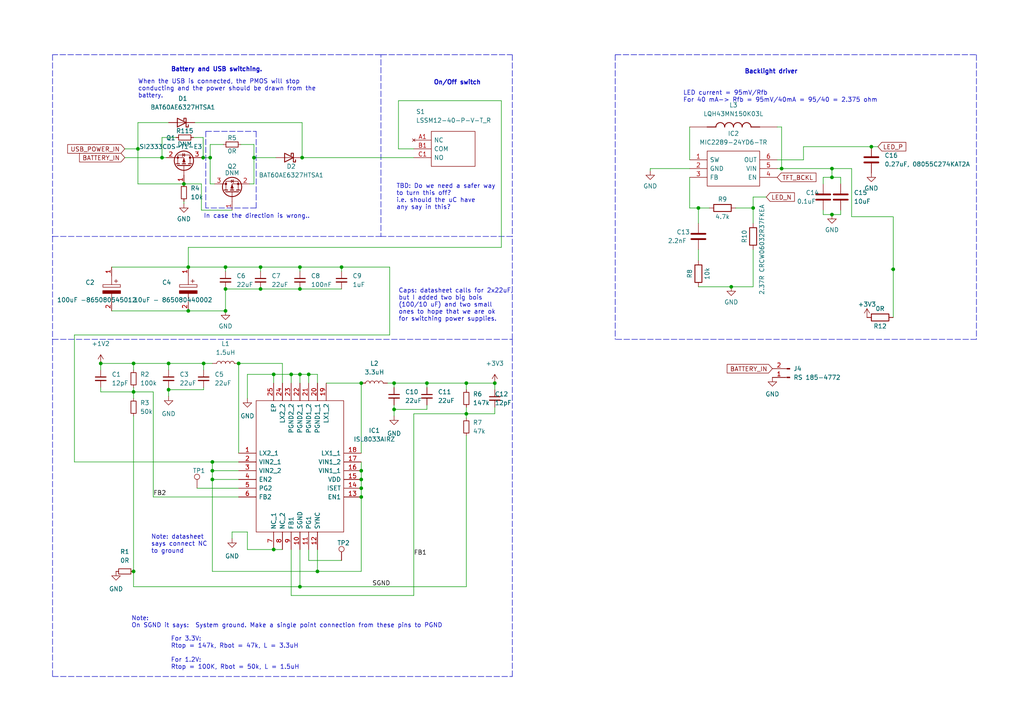
<source format=kicad_sch>
(kicad_sch (version 20211123) (generator eeschema)
  (paper "A4")
  (lib_symbols
    (symbol "Connector:Conn_01x02_Male" (pin_names (offset 1.016) hide)
      (property "Reference" "J" (at 0 2.54 0))
      (property "Value" "Conn_01x02_Male" (at 0 -5.08 0))
      (symbol "Conn_01x02_Male_1_1"
        (polyline (pts (xy 1.27 -2.54) (xy 0.8636 -2.54)) (stroke (width 0.1524)))
        (polyline (pts (xy 1.27 0) (xy 0.8636 0)) (stroke (width 0.1524)))
        (rectangle (start 0.8636 -2.413) (end 0 -2.667) (stroke (width 0.1524)) (fill (type outline)))
        (rectangle (start 0.8636 0.127) (end 0 -0.127) (stroke (width 0.1524)) (fill (type outline)))
        (pin passive line (at 5.08 0 180) (length 3.81) (name "Pin_1") (number "1"))
        (pin passive line (at 5.08 -2.54 180) (length 3.81) (name "Pin_2") (number "2"))
      )
    )
    (symbol "Connector:TestPoint" (pin_numbers hide) (pin_names (offset 0.762) hide)
      (property "Reference" "TP" (at 0 6.858 0))
      (property "Value" "TestPoint" (at 0 5.08 0))
      (symbol "TestPoint_0_1"
        (circle (center 0 3.302) (radius 0.762))
      )
      (symbol "TestPoint_1_1"
        (pin passive line (at 0 0 90) (length 2.54) (name "1") (number "1"))
      )
    )
    (symbol "Device:C" (pin_numbers hide) (pin_names (offset 0.254))
      (property "Reference" "C" (at 0.635 2.54 0))
      (property "Value" "C" (at 0.635 -2.54 0))
      (symbol "C_0_1"
        (polyline (pts (xy -2.032 -0.762) (xy 2.032 -0.762)) (stroke (width 0.508)))
        (polyline (pts (xy -2.032 0.762) (xy 2.032 0.762)) (stroke (width 0.508)))
      )
      (symbol "C_1_1"
        (pin passive line (at 0 3.81 270) (length 2.794) (name "~") (number "1"))
        (pin passive line (at 0 -3.81 90) (length 2.794) (name "~") (number "2"))
      )
    )
    (symbol "Device:C_Small" (pin_numbers hide) (pin_names (offset 0.254) hide)
      (property "Reference" "C" (at 0.254 1.778 0))
      (property "Value" "C_Small" (at 0.254 -2.032 0))
      (symbol "C_Small_0_1"
        (polyline (pts (xy -1.524 -0.508) (xy 1.524 -0.508)) (stroke (width 0.3302)))
        (polyline (pts (xy -1.524 0.508) (xy 1.524 0.508)) (stroke (width 0.3048)))
      )
      (symbol "C_Small_1_1"
        (pin passive line (at 0 2.54 270) (length 2.032) (name "~") (number "1"))
        (pin passive line (at 0 -2.54 90) (length 2.032) (name "~") (number "2"))
      )
    )
    (symbol "Device:L" (pin_numbers hide) (pin_names (offset 1.016) hide)
      (property "Reference" "L" (at -1.27 0 90))
      (property "Value" "L" (at 1.905 0 90))
      (symbol "L_0_1"
        (arc (start 0 -2.54) (mid 0.635 -1.905) (end 0 -1.27))
        (arc (start 0 -1.27) (mid 0.635 -0.635) (end 0 0))
        (arc (start 0 0) (mid 0.635 0.635) (end 0 1.27))
        (arc (start 0 1.27) (mid 0.635 1.905) (end 0 2.54))
      )
      (symbol "L_1_1"
        (pin passive line (at 0 3.81 270) (length 1.27) (name "1") (number "1"))
        (pin passive line (at 0 -3.81 90) (length 1.27) (name "2") (number "2"))
      )
    )
    (symbol "Device:R" (pin_numbers hide) (pin_names (offset 0))
      (property "Reference" "R" (at 2.032 0 90))
      (property "Value" "R" (at 0 0 90))
      (symbol "R_0_1"
        (rectangle (start -1.016 -2.54) (end 1.016 2.54) (stroke (width 0.254)))
      )
      (symbol "R_1_1"
        (pin passive line (at 0 3.81 270) (length 1.27) (name "~") (number "1"))
        (pin passive line (at 0 -3.81 90) (length 1.27) (name "~") (number "2"))
      )
    )
    (symbol "Device:R_Small" (pin_numbers hide) (pin_names (offset 0.254) hide)
      (property "Reference" "R" (at 0.762 0.508 0))
      (property "Value" "R_Small" (at 0.762 -1.016 0))
      (symbol "R_Small_0_1"
        (rectangle (start -0.762 1.778) (end 0.762 -1.778) (stroke (width 0.2032)))
      )
      (symbol "R_Small_1_1"
        (pin passive line (at 0 2.54 270) (length 0.762) (name "~") (number "1"))
        (pin passive line (at 0 -2.54 90) (length 0.762) (name "~") (number "2"))
      )
    )
    (symbol "Diode:BAT60A" (pin_numbers hide) (pin_names (offset 1.016) hide)
      (property "Reference" "D" (at 0 2.54 0))
      (property "Value" "BAT60A" (at 0 -2.54 0))
      (symbol "BAT60A_0_1"
        (polyline (pts (xy 1.27 0) (xy -1.27 0)))
        (polyline (pts (xy 1.27 1.27) (xy 1.27 -1.27) (xy -1.27 0) (xy 1.27 1.27)) (stroke (width 0.254)))
        (polyline (pts (xy -1.905 0.635) (xy -1.905 1.27) (xy -1.27 1.27) (xy -1.27 -1.27) (xy -0.635 -1.27) (xy -0.635 -0.635)) (stroke (width 0.254)))
      )
      (symbol "BAT60A_1_1"
        (pin passive line (at -3.81 0 0) (length 2.54) (name "K") (number "1"))
        (pin passive line (at 3.81 0 180) (length 2.54) (name "A") (number "2"))
      )
    )
    (symbol "LQH43MN150K03L:LQH43MN150K03L" (pin_numbers hide) (pin_names (offset 1.016) hide)
      (property "Reference" "L" (at -10.16 7.62 0))
      (property "Value" "LQH43MN150K03L" (at -10.16 5.08 0))
      (symbol "LQH43MN150K03L_0_0"
        (arc (start -2.54 0) (mid -3.81 1.27) (end -5.08 0) (stroke (width 0.254)))
        (arc (start 0 0) (mid -1.27 1.27) (end -2.54 0) (stroke (width 0.254)))
        (polyline (pts (xy -5.08 0) (xy -7.62 0)) (stroke (width 0.254)))
        (polyline (pts (xy 5.08 0) (xy 7.62 0)) (stroke (width 0.254)))
        (arc (start 2.54 0) (mid 1.27 1.27) (end 0 0) (stroke (width 0.254)))
        (arc (start 5.08 0) (mid 3.81 1.27) (end 2.54 0) (stroke (width 0.254)))
        (pin passive line (at -12.7 0 0) (length 5.08) (name "~") (number "1"))
        (pin passive line (at 12.7 0 180) (length 5.08) (name "~") (number "2"))
      )
    )
    (symbol "SamacSys_Parts:865080440002" (pin_names (offset 0.762))
      (property "Reference" "C" (at 8.89 6.35 0))
      (property "Value" "865080440002" (at 8.89 3.81 0))
      (symbol "865080440002_0_0"
        (pin passive line (at 0 0 0) (length 2.54) (name "~") (number "1"))
        (pin passive line (at 12.7 0 180) (length 2.54) (name "~") (number "2"))
      )
      (symbol "865080440002_0_1"
        (polyline (pts (xy 2.54 0) (xy 5.08 0)) (stroke (width 0.1524)))
        (polyline (pts (xy 4.064 1.778) (xy 4.064 0.762)) (stroke (width 0.1524)))
        (polyline (pts (xy 4.572 1.27) (xy 3.556 1.27)) (stroke (width 0.1524)))
        (polyline (pts (xy 7.62 0) (xy 10.16 0)) (stroke (width 0.1524)))
        (polyline (pts (xy 5.08 2.54) (xy 5.08 -2.54) (xy 5.842 -2.54) (xy 5.842 2.54) (xy 5.08 2.54)) (stroke (width 0.1524)))
        (polyline (pts (xy 7.62 2.54) (xy 7.62 -2.54) (xy 6.858 -2.54) (xy 6.858 2.54) (xy 7.62 2.54)) (stroke (width 0.254)) (fill (type outline)))
      )
    )
    (symbol "SamacSys_Parts:ISL8033AIRZ" (pin_names (offset 0.762))
      (property "Reference" "IC" (at 31.75 20.32 0))
      (property "Value" "ISL8033AIRZ" (at 31.75 17.78 0))
      (symbol "ISL8033AIRZ_0_0"
        (pin passive line (at 0 0 0) (length 5.08) (name "LX2_1") (number "1"))
        (pin passive line (at 17.78 -27.94 90) (length 5.08) (name "SGND") (number "10"))
        (pin passive line (at 20.32 -27.94 90) (length 5.08) (name "PG1") (number "11"))
        (pin passive line (at 22.86 -27.94 90) (length 5.08) (name "SYNC") (number "12"))
        (pin passive line (at 35.56 -12.7 180) (length 5.08) (name "EN1") (number "13"))
        (pin passive line (at 35.56 -10.16 180) (length 5.08) (name "ISET") (number "14"))
        (pin passive line (at 35.56 -7.62 180) (length 5.08) (name "VDD") (number "15"))
        (pin passive line (at 35.56 -5.08 180) (length 5.08) (name "VIN1_1") (number "16"))
        (pin passive line (at 35.56 -2.54 180) (length 5.08) (name "VIN1_2") (number "17"))
        (pin passive line (at 35.56 0 180) (length 5.08) (name "LX1_1") (number "18"))
        (pin passive line (at 25.4 20.32 270) (length 5.08) (name "LX1_2") (number "19"))
        (pin passive line (at 0 -2.54 0) (length 5.08) (name "VIN2_1") (number "2"))
        (pin passive line (at 22.86 20.32 270) (length 5.08) (name "PGND1_1") (number "20"))
        (pin passive line (at 20.32 20.32 270) (length 5.08) (name "PGND1_2") (number "21"))
        (pin passive line (at 17.78 20.32 270) (length 5.08) (name "PGND2_1") (number "22"))
        (pin passive line (at 15.24 20.32 270) (length 5.08) (name "PGND2_2") (number "23"))
        (pin passive line (at 12.7 20.32 270) (length 5.08) (name "LX2_2") (number "24"))
        (pin passive line (at 10.16 20.32 270) (length 5.08) (name "EP") (number "25"))
        (pin passive line (at 0 -5.08 0) (length 5.08) (name "VIN2_2") (number "3"))
        (pin passive line (at 0 -7.62 0) (length 5.08) (name "EN2") (number "4"))
        (pin passive line (at 0 -10.16 0) (length 5.08) (name "PG2") (number "5"))
        (pin passive line (at 0 -12.7 0) (length 5.08) (name "FB2") (number "6"))
        (pin passive line (at 10.16 -27.94 90) (length 5.08) (name "NC_1") (number "7"))
        (pin passive line (at 12.7 -27.94 90) (length 5.08) (name "NC_2") (number "8"))
        (pin passive line (at 15.24 -27.94 90) (length 5.08) (name "FB1") (number "9"))
      )
      (symbol "ISL8033AIRZ_0_1"
        (polyline (pts (xy 5.08 15.24) (xy 30.48 15.24) (xy 30.48 -22.86) (xy 5.08 -22.86) (xy 5.08 15.24)) (stroke (width 0.1524)))
      )
    )
    (symbol "SamacSys_Parts:LSSM12-40-P-V-T_R" (pin_names (offset 0.762))
      (property "Reference" "S" (at 19.05 7.62 0))
      (property "Value" "LSSM12-40-P-V-T_R" (at 19.05 5.08 0))
      (symbol "LSSM12-40-P-V-T_R_0_0"
        (pin no_connect line (at 0 0 0) (length 5.08) (name "NC") (number "A1"))
        (pin passive line (at 0 -2.54 0) (length 5.08) (name "COM") (number "B1"))
        (pin passive line (at 0 -5.08 0) (length 5.08) (name "NO") (number "C1"))
      )
      (symbol "LSSM12-40-P-V-T_R_0_1"
        (polyline (pts (xy 5.08 2.54) (xy 17.78 2.54) (xy 17.78 -7.62) (xy 5.08 -7.62) (xy 5.08 2.54)) (stroke (width 0.1524)))
      )
    )
    (symbol "SamacSys_Parts:MIC2289-24YD6-TR" (pin_names (offset 0.762))
      (property "Reference" "IC" (at 21.59 7.62 0))
      (property "Value" "MIC2289-24YD6-TR" (at 21.59 5.08 0))
      (symbol "MIC2289-24YD6-TR_0_0"
        (pin passive line (at 0 0 0) (length 5.08) (name "SW") (number "1"))
        (pin passive line (at 0 -2.54 0) (length 5.08) (name "GND") (number "2"))
        (pin passive line (at 0 -5.08 0) (length 5.08) (name "FB") (number "3"))
        (pin passive line (at 25.4 -5.08 180) (length 5.08) (name "EN") (number "4"))
        (pin passive line (at 25.4 -2.54 180) (length 5.08) (name "VIN") (number "5"))
        (pin passive line (at 25.4 0 180) (length 5.08) (name "OUT") (number "6"))
      )
      (symbol "MIC2289-24YD6-TR_0_1"
        (polyline (pts (xy 5.08 2.54) (xy 20.32 2.54) (xy 20.32 -7.62) (xy 5.08 -7.62) (xy 5.08 2.54)) (stroke (width 0.1524)))
      )
    )
    (symbol "Transistor_FET:BSS83P" (pin_names hide)
      (property "Reference" "Q" (at 5.08 1.905 0))
      (property "Value" "BSS83P" (at 5.08 0 0))
      (symbol "BSS83P_0_1"
        (polyline (pts (xy 0.254 0) (xy -2.54 0)))
        (polyline (pts (xy 0.254 1.905) (xy 0.254 -1.905)) (stroke (width 0.254)))
        (polyline (pts (xy 0.762 -1.27) (xy 0.762 -2.286)) (stroke (width 0.254)))
        (polyline (pts (xy 0.762 0.508) (xy 0.762 -0.508)) (stroke (width 0.254)))
        (polyline (pts (xy 0.762 2.286) (xy 0.762 1.27)) (stroke (width 0.254)))
        (polyline (pts (xy 2.54 2.54) (xy 2.54 1.778)))
        (polyline (pts (xy 2.54 -2.54) (xy 2.54 0) (xy 0.762 0)))
        (polyline (pts (xy 0.762 1.778) (xy 3.302 1.778) (xy 3.302 -1.778) (xy 0.762 -1.778)))
        (polyline (pts (xy 2.286 0) (xy 1.27 0.381) (xy 1.27 -0.381) (xy 2.286 0)) (fill (type outline)))
        (polyline (pts (xy 2.794 -0.508) (xy 2.921 -0.381) (xy 3.683 -0.381) (xy 3.81 -0.254)))
        (polyline (pts (xy 3.302 -0.381) (xy 2.921 0.254) (xy 3.683 0.254) (xy 3.302 -0.381)))
        (circle (center 1.651 0) (radius 2.794) (stroke (width 0.254)))
        (circle (center 2.54 -1.778) (radius 0.254) (fill (type outline)))
        (circle (center 2.54 1.778) (radius 0.254) (fill (type outline)))
      )
      (symbol "BSS83P_1_1"
        (pin input line (at -5.08 0 0) (length 2.54) (name "G") (number "1"))
        (pin passive line (at 2.54 -5.08 90) (length 2.54) (name "S") (number "2"))
        (pin passive line (at 2.54 5.08 270) (length 2.54) (name "D") (number "3"))
      )
    )
    (symbol "power:+1V2" (power) (pin_names (offset 0))
      (property "Value" "+1V2" (at 0 3.556 0))
      (symbol "+1V2_0_1"
        (polyline (pts (xy -0.762 1.27) (xy 0 2.54)))
        (polyline (pts (xy 0 0) (xy 0 2.54)))
        (polyline (pts (xy 0 2.54) (xy 0.762 1.27)))
      )
      (symbol "+1V2_1_1"
        (pin power_in line (at 0 0 90) (length 0) hide (name "+1V2") (number "1"))
      )
    )
    (symbol "power:+3V3" (power) (pin_names (offset 0))
      (property "Value" "+3V3" (at 0 3.556 0))
      (symbol "+3V3_0_1"
        (polyline (pts (xy -0.762 1.27) (xy 0 2.54)))
        (polyline (pts (xy 0 0) (xy 0 2.54)))
        (polyline (pts (xy 0 2.54) (xy 0.762 1.27)))
      )
      (symbol "+3V3_1_1"
        (pin power_in line (at 0 0 90) (length 0) hide (name "+3V3") (number "1"))
      )
    )
    (symbol "power:GND" (power) (pin_names (offset 0))
      (property "Value" "GND" (at 0 -3.81 0))
      (symbol "GND_0_1"
        (polyline (pts (xy 0 0) (xy 0 -1.27) (xy 1.27 -1.27) (xy 0 -2.54) (xy -1.27 -1.27) (xy 0 -1.27)))
      )
      (symbol "GND_1_1"
        (pin power_in line (at 0 0 270) (length 0) hide (name "GND") (number "1"))
      )
    )
  )
  (junction (at 75.565 77.47))
  (junction (at 114.3 118.745))
  (junction (at 53.34 53.34))
  (junction (at 79.375 108.585))
  (junction (at 202.565 60.325))
  (junction (at 61.595 133.985))
  (junction (at 86.995 170.18))
  (junction (at 38.735 113.665))
  (junction (at 84.455 108.585))
  (junction (at 135.255 111.125))
  (junction (at 40.005 43.18))
  (junction (at 218.44 60.325))
  (junction (at 61.595 139.065))
  (junction (at 99.06 77.47))
  (junction (at 123.825 111.125))
  (junction (at 114.3 111.125))
  (junction (at 241.3 62.23))
  (junction (at 104.775 136.525))
  (junction (at 135.255 120.015))
  (junction (at 86.995 83.82))
  (junction (at 86.995 77.47))
  (junction (at 73.66 45.72))
  (junction (at 61.595 136.525))
  (junction (at 104.775 111.125))
  (junction (at 241.3 51.435))
  (junction (at 38.735 105.41))
  (junction (at 54.61 90.17))
  (junction (at 29.21 105.41))
  (junction (at 65.405 77.47))
  (junction (at 87.63 45.72))
  (junction (at 79.375 159.385))
  (junction (at 48.895 113.03))
  (junction (at 143.51 111.125))
  (junction (at 60.96 45.72))
  (junction (at 92.075 165.735))
  (junction (at 75.565 83.82))
  (junction (at 65.405 90.17))
  (junction (at 104.775 139.065))
  (junction (at 86.995 108.585))
  (junction (at 65.405 83.82))
  (junction (at 226.695 48.895))
  (junction (at 59.055 105.41))
  (junction (at 69.215 105.41))
  (junction (at 104.775 141.605))
  (junction (at 89.535 108.585))
  (junction (at 252.73 42.545))
  (junction (at 212.09 83.185))
  (junction (at 259.08 78.105))
  (junction (at 241.3 48.895))
  (junction (at 38.735 165.735))
  (junction (at 54.61 77.47))
  (junction (at 58.928 45.72))
  (junction (at 48.895 105.41))
  (junction (at 46.99 45.72))
  (junction (at 104.775 144.145))
  (wire (pts (xy 226.695 48.895) (xy 226.695 36.83)))
  (polyline (pts (xy 178.435 15.875) (xy 178.435 98.425)))
  (wire (pts (xy 38.735 120.65) (xy 38.735 165.735)))
  (wire (pts (xy 247.015 62.865) (xy 247.015 48.895)))
  (wire (pts (xy 69.215 131.445) (xy 69.215 105.41)))
  (wire (pts (xy 79.375 108.585) (xy 84.455 108.585)))
  (wire (pts (xy 40.005 35.56) (xy 48.895 35.56)))
  (wire (pts (xy 87.63 45.72) (xy 87.63 35.56)))
  (polyline (pts (xy 15.24 15.875) (xy 15.24 68.58)))
  (wire (pts (xy 104.775 144.145) (xy 104.775 165.735)))
  (wire (pts (xy 60.96 53.34) (xy 62.23 53.34)))
  (wire (pts (xy 69.215 133.985) (xy 61.595 133.985)))
  (wire (pts (xy 202.565 60.325) (xy 205.74 60.325)))
  (wire (pts (xy 89.535 108.585) (xy 89.535 111.125)))
  (wire (pts (xy 212.09 83.185) (xy 202.565 83.185)))
  (wire (pts (xy 73.66 53.34) (xy 73.66 45.72)))
  (wire (pts (xy 226.695 36.83) (xy 225.425 36.83)))
  (wire (pts (xy 56.134 39.878) (xy 58.928 39.878)))
  (wire (pts (xy 84.455 172.72) (xy 84.455 159.385)))
  (wire (pts (xy 38.735 113.665) (xy 38.735 115.57)))
  (polyline (pts (xy 148.59 68.58) (xy 110.49 68.58)))
  (wire (pts (xy 60.96 45.72) (xy 60.96 41.91)))
  (wire (pts (xy 247.015 48.895) (xy 241.3 48.895)))
  (wire (pts (xy 48.895 112.395) (xy 48.895 113.03)))
  (wire (pts (xy 226.695 48.895) (xy 241.3 48.895)))
  (wire (pts (xy 69.85 41.91) (xy 73.66 41.91)))
  (wire (pts (xy 38.735 113.665) (xy 29.21 113.665)))
  (polyline (pts (xy 148.59 98.425) (xy 148.59 68.58)))
  (wire (pts (xy 202.565 64.77) (xy 202.565 60.325)))
  (wire (pts (xy 58.42 45.72) (xy 58.928 45.72)))
  (wire (pts (xy 65.405 83.82) (xy 65.405 90.17)))
  (wire (pts (xy 40.005 53.34) (xy 40.005 43.18)))
  (wire (pts (xy 89.535 108.585) (xy 92.075 108.585)))
  (wire (pts (xy 84.455 108.585) (xy 86.995 108.585)))
  (wire (pts (xy 188.595 49.53) (xy 188.595 48.895)))
  (wire (pts (xy 87.63 45.72) (xy 120.015 45.72)))
  (polyline (pts (xy 15.24 68.58) (xy 110.49 68.58)))
  (wire (pts (xy 75.565 77.47) (xy 86.995 77.47)))
  (wire (pts (xy 87.63 35.56) (xy 56.515 35.56)))
  (polyline (pts (xy 110.49 57.785) (xy 110.49 15.875)))
  (wire (pts (xy 60.96 41.91) (xy 64.77 41.91)))
  (wire (pts (xy 200.025 60.325) (xy 202.565 60.325)))
  (polyline (pts (xy 15.24 98.425) (xy 148.59 98.425)))
  (wire (pts (xy 84.455 108.585) (xy 84.455 111.125)))
  (wire (pts (xy 104.775 141.605) (xy 104.775 144.145)))
  (wire (pts (xy 259.08 78.105) (xy 258.445 78.105)))
  (wire (pts (xy 115.57 29.21) (xy 145.415 29.21)))
  (wire (pts (xy 200.025 36.83) (xy 200.025 46.355)))
  (wire (pts (xy 241.3 62.23) (xy 243.84 62.23)))
  (wire (pts (xy 71.755 108.585) (xy 71.755 115.57)))
  (wire (pts (xy 99.06 78.74) (xy 99.06 77.47)))
  (wire (pts (xy 59.055 113.03) (xy 59.055 112.395)))
  (wire (pts (xy 114.3 118.745) (xy 114.3 120.65)))
  (wire (pts (xy 71.755 154.305) (xy 71.755 159.385)))
  (wire (pts (xy 252.73 42.545) (xy 254.635 42.545)))
  (wire (pts (xy 218.44 72.39) (xy 218.44 83.185)))
  (wire (pts (xy 86.995 78.74) (xy 86.995 77.47)))
  (wire (pts (xy 58.928 39.878) (xy 58.928 45.72)))
  (polyline (pts (xy 74.295 38.1) (xy 74.295 60.325)))
  (wire (pts (xy 48.895 105.41) (xy 38.735 105.41)))
  (wire (pts (xy 61.595 105.41) (xy 59.055 105.41)))
  (polyline (pts (xy 74.295 60.325) (xy 59.69 60.325)))
  (wire (pts (xy 67.31 60.96) (xy 58.42 60.96)))
  (wire (pts (xy 21.59 133.985) (xy 61.595 133.985)))
  (wire (pts (xy 48.895 107.315) (xy 48.895 105.41)))
  (wire (pts (xy 73.66 41.91) (xy 73.66 45.72)))
  (wire (pts (xy 213.36 60.325) (xy 218.44 60.325)))
  (wire (pts (xy 32.385 90.17) (xy 54.61 90.17)))
  (wire (pts (xy 123.825 111.125) (xy 123.825 112.395)))
  (polyline (pts (xy 283.21 15.875) (xy 283.21 98.425)))
  (wire (pts (xy 104.775 136.525) (xy 104.775 139.065)))
  (wire (pts (xy 58.42 60.96) (xy 58.42 53.34)))
  (wire (pts (xy 46.99 45.72) (xy 46.99 39.878)))
  (wire (pts (xy 113.03 77.47) (xy 113.03 97.155)))
  (wire (pts (xy 44.45 113.665) (xy 44.45 144.145)))
  (polyline (pts (xy 15.24 68.58) (xy 15.24 98.425)))
  (wire (pts (xy 218.44 83.185) (xy 212.09 83.185)))
  (wire (pts (xy 72.39 53.34) (xy 73.66 53.34)))
  (wire (pts (xy 114.3 111.125) (xy 114.3 112.395)))
  (wire (pts (xy 73.66 45.72) (xy 80.01 45.72)))
  (wire (pts (xy 69.215 105.41) (xy 81.915 105.41)))
  (wire (pts (xy 120.015 43.18) (xy 115.57 43.18)))
  (polyline (pts (xy 59.69 60.325) (xy 59.69 38.1)))
  (wire (pts (xy 61.595 136.525) (xy 69.215 136.525)))
  (wire (pts (xy 218.44 57.15) (xy 218.44 60.325)))
  (wire (pts (xy 46.99 45.72) (xy 48.26 45.72)))
  (polyline (pts (xy 15.24 68.58) (xy 15.24 68.58)))
  (wire (pts (xy 86.995 77.47) (xy 99.06 77.47)))
  (polyline (pts (xy 15.24 98.425) (xy 15.24 196.215)))
  (polyline (pts (xy 148.59 196.215) (xy 148.59 98.425)))
  (wire (pts (xy 135.255 111.125) (xy 135.255 113.03)))
  (wire (pts (xy 188.595 48.895) (xy 200.025 48.895)))
  (wire (pts (xy 79.375 108.585) (xy 79.375 111.125)))
  (wire (pts (xy 238.76 53.34) (xy 238.76 51.435)))
  (wire (pts (xy 225.425 46.355) (xy 233.045 46.355)))
  (wire (pts (xy 21.59 97.155) (xy 21.59 133.985)))
  (wire (pts (xy 65.405 78.74) (xy 65.405 77.47)))
  (wire (pts (xy 67.31 154.305) (xy 71.755 154.305)))
  (wire (pts (xy 143.51 120.015) (xy 143.51 118.11)))
  (wire (pts (xy 59.055 107.315) (xy 59.055 105.41)))
  (wire (pts (xy 65.405 90.17) (xy 54.61 90.17)))
  (wire (pts (xy 135.255 120.015) (xy 143.51 120.015)))
  (wire (pts (xy 112.395 111.125) (xy 114.3 111.125)))
  (wire (pts (xy 202.565 72.39) (xy 202.565 75.565)))
  (wire (pts (xy 75.565 83.82) (xy 86.995 83.82)))
  (wire (pts (xy 123.825 118.745) (xy 114.3 118.745)))
  (wire (pts (xy 259.08 62.865) (xy 247.015 62.865)))
  (wire (pts (xy 32.385 77.47) (xy 54.61 77.47)))
  (wire (pts (xy 29.21 105.41) (xy 29.21 107.315)))
  (wire (pts (xy 115.57 43.18) (xy 115.57 29.21)))
  (wire (pts (xy 36.195 45.72) (xy 46.99 45.72)))
  (wire (pts (xy 241.3 48.895) (xy 241.3 51.435)))
  (wire (pts (xy 86.995 159.385) (xy 86.995 170.18)))
  (wire (pts (xy 71.755 108.585) (xy 79.375 108.585)))
  (wire (pts (xy 99.06 77.47) (xy 113.03 77.47)))
  (wire (pts (xy 259.08 78.105) (xy 259.08 62.865)))
  (wire (pts (xy 225.425 48.895) (xy 226.695 48.895)))
  (wire (pts (xy 104.775 111.125) (xy 104.775 131.445)))
  (polyline (pts (xy 110.49 15.875) (xy 15.24 15.875)))
  (wire (pts (xy 114.3 117.475) (xy 114.3 118.745)))
  (wire (pts (xy 36.195 43.18) (xy 40.005 43.18)))
  (wire (pts (xy 54.61 77.47) (xy 54.61 71.755)))
  (wire (pts (xy 200.025 51.435) (xy 200.025 60.325)))
  (wire (pts (xy 120.015 172.72) (xy 84.455 172.72)))
  (wire (pts (xy 113.03 97.155) (xy 21.59 97.155)))
  (wire (pts (xy 67.31 156.21) (xy 67.31 154.305)))
  (wire (pts (xy 40.005 43.18) (xy 40.005 35.56)))
  (wire (pts (xy 75.565 78.74) (xy 75.565 77.47)))
  (wire (pts (xy 38.735 170.18) (xy 86.995 170.18)))
  (wire (pts (xy 61.595 133.985) (xy 61.595 136.525)))
  (wire (pts (xy 143.51 111.125) (xy 135.255 111.125)))
  (wire (pts (xy 38.735 165.735) (xy 38.735 170.18)))
  (wire (pts (xy 222.25 57.15) (xy 218.44 57.15)))
  (wire (pts (xy 241.3 62.23) (xy 238.76 62.23)))
  (wire (pts (xy 65.405 83.82) (xy 75.565 83.82)))
  (wire (pts (xy 99.06 162.56) (xy 89.535 162.56)))
  (wire (pts (xy 123.825 111.125) (xy 135.255 111.125)))
  (wire (pts (xy 86.995 170.18) (xy 135.255 170.18)))
  (wire (pts (xy 57.15 141.605) (xy 69.215 141.605)))
  (wire (pts (xy 38.735 112.395) (xy 38.735 113.665)))
  (wire (pts (xy 54.61 71.755) (xy 145.415 71.755)))
  (wire (pts (xy 241.3 51.435) (xy 243.84 51.435)))
  (wire (pts (xy 61.595 139.065) (xy 69.215 139.065)))
  (wire (pts (xy 71.755 159.385) (xy 79.375 159.385)))
  (wire (pts (xy 60.96 45.72) (xy 60.96 53.34)))
  (wire (pts (xy 53.34 53.34) (xy 40.005 53.34)))
  (wire (pts (xy 38.735 105.41) (xy 29.21 105.41)))
  (wire (pts (xy 120.015 120.015) (xy 120.015 172.72)))
  (wire (pts (xy 61.595 139.065) (xy 61.595 136.525)))
  (wire (pts (xy 48.895 113.03) (xy 59.055 113.03)))
  (wire (pts (xy 48.895 113.03) (xy 48.895 114.935)))
  (wire (pts (xy 135.255 118.11) (xy 135.255 120.015)))
  (wire (pts (xy 104.775 133.985) (xy 104.775 136.525)))
  (wire (pts (xy 38.735 113.665) (xy 44.45 113.665)))
  (polyline (pts (xy 148.59 15.875) (xy 148.59 68.58)))
  (wire (pts (xy 233.045 46.355) (xy 233.045 42.545)))
  (wire (pts (xy 46.99 39.878) (xy 51.054 39.878)))
  (wire (pts (xy 243.84 51.435) (xy 243.84 53.34)))
  (wire (pts (xy 135.255 120.015) (xy 135.255 121.285)))
  (wire (pts (xy 114.3 111.125) (xy 123.825 111.125)))
  (wire (pts (xy 218.44 60.325) (xy 218.44 64.77)))
  (wire (pts (xy 54.61 77.47) (xy 65.405 77.47)))
  (wire (pts (xy 65.405 77.47) (xy 75.565 77.47)))
  (wire (pts (xy 135.255 120.015) (xy 120.015 120.015)))
  (polyline (pts (xy 178.435 15.875) (xy 283.21 15.875)))
  (wire (pts (xy 243.84 62.23) (xy 243.84 60.96)))
  (wire (pts (xy 92.075 159.385) (xy 92.075 165.735)))
  (wire (pts (xy 233.045 42.545) (xy 252.73 42.545)))
  (wire (pts (xy 238.76 51.435) (xy 241.3 51.435)))
  (wire (pts (xy 145.415 29.21) (xy 145.415 71.755)))
  (wire (pts (xy 238.76 62.23) (xy 238.76 60.96)))
  (wire (pts (xy 104.775 139.065) (xy 104.775 141.605)))
  (wire (pts (xy 123.825 117.475) (xy 123.825 118.745)))
  (wire (pts (xy 92.075 108.585) (xy 92.075 111.125)))
  (wire (pts (xy 86.995 83.82) (xy 99.06 83.82)))
  (wire (pts (xy 81.915 105.41) (xy 81.915 111.125)))
  (polyline (pts (xy 15.24 196.215) (xy 148.59 196.215)))
  (wire (pts (xy 86.995 108.585) (xy 89.535 108.585)))
  (wire (pts (xy 259.08 92.075) (xy 259.08 78.105)))
  (wire (pts (xy 58.928 45.72) (xy 60.96 45.72)))
  (wire (pts (xy 61.595 165.735) (xy 61.595 139.065)))
  (polyline (pts (xy 283.21 98.425) (xy 178.435 98.425)))
  (wire (pts (xy 44.45 144.145) (xy 69.215 144.145)))
  (polyline (pts (xy 110.49 15.875) (xy 148.59 15.875)))
  (wire (pts (xy 79.375 159.385) (xy 81.915 159.385)))
  (wire (pts (xy 53.34 58.42) (xy 53.34 59.055)))
  (wire (pts (xy 94.615 111.125) (xy 104.775 111.125)))
  (wire (pts (xy 92.075 165.735) (xy 61.595 165.735)))
  (wire (pts (xy 58.42 53.34) (xy 53.34 53.34)))
  (wire (pts (xy 104.775 165.735) (xy 92.075 165.735)))
  (wire (pts (xy 135.255 170.18) (xy 135.255 126.365)))
  (wire (pts (xy 38.735 107.315) (xy 38.735 105.41)))
  (wire (pts (xy 59.055 105.41) (xy 48.895 105.41)))
  (polyline (pts (xy 59.69 38.1) (xy 74.295 38.1)))
  (wire (pts (xy 29.21 113.665) (xy 29.21 112.395)))
  (wire (pts (xy 89.535 162.56) (xy 89.535 159.385)))
  (wire (pts (xy 86.995 108.585) (xy 86.995 111.125)))
  (polyline (pts (xy 110.49 58.42) (xy 110.49 68.58)))
  (wire (pts (xy 143.51 111.125) (xy 143.51 113.03)))
  (text "Battery and USB switching. " (at 49.53 20.955 0) (effects (font (size 1.27 1.27) (thickness 0.254) bold) (justify left bottom)))
  (text "Caps: datasheet calls for 2x22uF, \nbut I added two big bois \n(100/10 uF) and two small \nones to hope that we are ok\nfor switching power supplies. " (at 115.57 93.345 0) (effects (font (size 1.27 1.27)) (justify left bottom)))
  (text "LED current = 95mV/Rfb\nFor 40 mA-> Rfb = 95mV/40mA = 95/40 = 2.375 ohm" (at 198.12 29.845 0) (effects (font (size 1.27 1.27)) (justify left bottom)))
  (text "When the USB is connected, the PMOS will stop\nconducting and the power should be drawn from the\nbattery. " (at 40.005 28.575 0) (effects (font (size 1.27 1.27)) (justify left bottom)))
  (text "Backlight driver" (at 215.9 21.59 0) (effects (font (size 1.27 1.27) (thickness 0.254) bold) (justify left bottom)))
  (text "Note: \nOn SGND it says:  System ground. Make a single point connection from these pins to PGND\n" (at 38.1 182.245 0) (effects (font (size 1.27 1.27)) (justify left bottom)))
  (text "In case the direction is wrong.." (at 59.055 63.5 0) (effects (font (size 1.27 1.27)) (justify left bottom)))
  (text "On/Off switch" (at 125.73 24.765 0) (effects (font (size 1.27 1.27) (thickness 0.254) bold) (justify left bottom)))
  (text "For 3.3V:\nRtop = 147k, Rbot = 47k, L = 3.3uH\n\nFor 1.2V:\nRtop = 100K, Rbot = 50k, L = 1.5uH" (at 49.53 194.31 0) (effects (font (size 1.27 1.27)) (justify left bottom)))
  (text "TBD: Do we need a safer way \nto turn this off?\ni.e. should the uC have \nany say in this?" (at 114.935 60.96 0) (effects (font (size 1.27 1.27)) (justify left bottom)))
  (text "Note: datasheet \nsays connect NC\nto ground" (at 43.815 160.655 0) (effects (font (size 1.27 1.27)) (justify left bottom)))
  (label "FB1" (at 120.015 161.29 0))
  (label "FB2" (at 44.45 144.018 0))
  (label "SGND" (at 107.95 170.18 0))
  (global_label "BATTERY_IN" (shape input) (at 224.028 106.934 180) (property "Intersheet References" "${INTERSHEET_REFS}" (effects hide)))
  (global_label "LED_P" (shape input) (at 254.635 42.545 0) (property "Intersheet References" "${INTERSHEET_REFS}" (effects hide)))
  (global_label "TFT_BCKL" (shape input) (at 225.425 51.435 0) (property "Intersheet References" "${INTERSHEET_REFS}" (effects hide)))
  (global_label "LED_N" (shape input) (at 222.25 57.15 0) (property "Intersheet References" "${INTERSHEET_REFS}" (effects hide)))
  (global_label "BATTERY_IN" (shape input) (at 36.195 45.72 180) (property "Intersheet References" "${INTERSHEET_REFS}" (effects hide)))
  (global_label "USB_POWER_IN" (shape input) (at 36.195 43.18 180) (property "Intersheet References" "${INTERSHEET_REFS}" (effects hide)))
  (symbol (lib_id "power:GND") (at 33.655 165.735 0) (unit 1)
    (property "Reference" "#PWR0111" (effects hide))
    (property "Value" "GND" (at 33.655 170.815 0))
  )
  (symbol (lib_id "Device:R") (at 209.55 60.325 270) (unit 1)
    (property "Reference" "R9" (at 209.55 57.785 90))
    (property "Value" "4.7k" (at 209.55 62.865 90))
    (property "Footprint" "Resistor_SMD:R_0603_1608Metric" (effects hide))
    (property "LCSC part number" "C23162" (effects hide))
    (property "LCSC" "C23162" (effects hide))
  )
  (symbol (lib_id "Device:L") (at 65.405 105.41 90) (unit 1)
    (property "Reference" "L1" (at 65.405 99.695 90))
    (property "Value" "1.5uH" (at 65.405 102.235 90))
    (property "Footprint" "VLS5045EX-3R3N:IND_VLS5045EX-3R3N" (effects hide))
    (property "Datasheet" "VLS5045EX-1R5N" (effects hide))
    (property "LCSC" "C501937" (effects hide))
  )
  (symbol (lib_id "Diode:BAT60A") (at 83.82 45.72 180) (unit 1)
    (property "Reference" "D2" (at 84.455 48.26 0))
    (property "Value" "BAT60AE6327HTSA1" (at 84.455 50.8 0))
    (property "Footprint" "Diode_SMD:D_SOD-323" (effects hide))
    (property "Datasheet" "https://www.infineon.com/dgdl/Infineon-BAT60ASERIES-DS-v01_01-en.pdf?fileId=db3a304313d846880113def70c9304a9" (effects hide))
    (property "LCSC" "C513277" (effects hide))
  )
  (symbol (lib_id "power:+3V3") (at 143.51 111.125 0) (unit 1)
    (property "Reference" "#PWR0106" (effects hide))
    (property "Value" "+3V3" (at 143.51 105.41 0))
  )
  (symbol (lib_id "Device:R_Small") (at 67.31 41.91 90) (unit 1)
    (property "Reference" "R5" (at 67.31 40.005 90))
    (property "Value" "0R" (at 67.31 43.815 90))
    (property "Footprint" "Resistor_SMD:R_0402_1005Metric" (effects hide))
  )
  (symbol (lib_id "Device:C_Small") (at 143.51 115.57 0) (unit 1)
    (property "Reference" "C12" (at 143.51 114.3 0) (effects (justify left)))
    (property "Value" "12pF" (at 143.51 116.84 0) (effects (justify left)))
    (property "Footprint" "Capacitor_SMD:C_0402_1005Metric" (effects hide))
  )
  (symbol (lib_id "Transistor_FET:BSS83P") (at 67.31 55.88 90) (unit 1)
    (property "Reference" "Q2" (at 67.31 48.26 90))
    (property "Value" "DNM" (at 67.31 50.165 90))
    (property "Footprint" "Package_TO_SOT_SMD:SOT-23" (effects hide))
    (property "LCSC" "C144846" (effects hide))
  )
  (symbol (lib_id "Device:C") (at 238.76 57.15 0) (unit 1)
    (property "Reference" "C14" (at 233.68 55.88 0) (effects (justify left)))
    (property "Value" "0.1uF" (at 231.14 58.42 0) (effects (justify left)))
    (property "Footprint" "Capacitor_SMD:C_0603_1608Metric" (effects hide))
    (property "LCSC part number" "C30926" (effects hide))
    (property "LCSC" "C30926" (effects hide))
  )
  (symbol (lib_id "Diode:BAT60A") (at 52.705 35.56 180) (unit 1)
    (property "Reference" "D1" (at 53.0225 28.575 0))
    (property "Value" "BAT60AE6327HTSA1" (at 53.0225 31.115 0))
    (property "Footprint" "Diode_SMD:D_SOD-323" (effects hide))
    (property "Datasheet" "https://www.infineon.com/dgdl/Infineon-BAT60ASERIES-DS-v01_01-en.pdf?fileId=db3a304313d846880113def70c9304a9" (effects hide))
    (property "LCSC" "C513277" (effects hide))
  )
  (symbol (lib_id "Device:C_Small") (at 99.06 81.28 0) (unit 1)
    (property "Reference" "C9" (at 102.235 80.0162 0) (effects (justify left)))
    (property "Value" "1uF" (at 102.235 82.5562 0) (effects (justify left)))
    (property "Footprint" "Capacitor_SMD:C_0603_1608Metric" (effects hide))
  )
  (symbol (lib_id "Device:C_Small") (at 29.21 109.855 0) (unit 1)
    (property "Reference" "C1" (at 32.385 108.5912 0) (effects (justify left)))
    (property "Value" "12pF" (at 32.385 111.1312 0) (effects (justify left)))
    (property "Footprint" "Capacitor_SMD:C_0402_1005Metric" (effects hide))
  )
  (symbol (lib_id "Connector:TestPoint") (at 99.06 162.56 0) (unit 1)
    (property "Reference" "TP2" (at 97.79 157.48 0) (effects (justify left)))
    (property "Value" "1V5" (effects hide))
    (property "Footprint" "TestPoint:TestPoint_Pad_D1.5mm" (effects hide))
  )
  (symbol (lib_id "Device:R") (at 202.565 79.375 180) (unit 1)
    (property "Reference" "R8" (at 200.025 79.375 90))
    (property "Value" "10k" (at 205.105 79.375 90))
    (property "Footprint" "Resistor_SMD:R_0603_1608Metric" (effects hide))
    (property "LCSC part number" "C269701" (effects hide))
    (property "LCSC" "C269701" (effects hide))
  )
  (symbol (lib_id "Transistor_FET:BSS83P") (at 53.34 48.26 270) (mirror x) (unit 1)
    (property "Reference" "Q1" (at 49.53 40.005 90))
    (property "Value" "SI2333CDS-T1-E3" (at 49.53 42.545 90))
    (property "Footprint" "Package_TO_SOT_SMD:SOT-23" (effects hide))
    (property "LCSC" "C144846" (effects hide))
  )
  (symbol (lib_id "power:GND") (at 188.595 49.53 0) (unit 1)
    (property "Reference" "#PWR0102" (effects hide))
    (property "Value" "GND" (at 188.595 53.975 0))
  )
  (symbol (lib_id "Device:R_Small") (at 53.34 55.88 0) (unit 1)
    (property "Reference" "R4" (at 55.245 54.6099 0) (effects (justify left)))
    (property "Value" "10k" (at 55.245 57.1499 0) (effects (justify left)))
    (property "Footprint" "Resistor_SMD:R_0402_1005Metric" (effects hide))
  )
  (symbol (lib_id "Device:C") (at 252.73 46.355 0) (unit 1)
    (property "Reference" "C16" (at 256.54 45.0849 0) (effects (justify left)))
    (property "Value" "0.27uF, 08055C274KAT2A" (at 256.54 47.6249 0) (effects (justify left)))
    (property "Footprint" "Capacitor_SMD:C_0805_2012Metric" (effects hide))
    (property "LCSC part number" "C1322371" (effects hide))
    (property "LCSC" "C1322371" (effects hide))
  )
  (symbol (lib_id "power:GND") (at 114.3 120.65 0) (unit 1)
    (property "Reference" "#PWR0107" (effects hide))
    (property "Value" "GND" (at 114.3 125.73 0))
  )
  (symbol (lib_id "Device:R") (at 218.44 68.58 180) (unit 1)
    (property "Reference" "R10" (at 215.9 68.58 90))
    (property "Value" "2.37R CRCW06032R37FKEA" (at 220.98 72.39 90))
    (property "Footprint" "Resistor_SMD:R_0603_1608Metric" (effects hide))
    (property "LCSC part number" "C407531" (effects hide))
    (property "LCSC" "C407531" (effects hide))
  )
  (symbol (lib_id "power:GND") (at 53.34 59.055 0) (unit 1)
    (property "Reference" "#PWR0108" (effects hide))
    (property "Value" "GND" (at 53.34 63.5 0))
  )
  (symbol (lib_id "LQH43MN150K03L:LQH43MN150K03L") (at 212.725 36.83 0) (unit 1)
    (property "Reference" "L3" (at 212.725 30.48 0))
    (property "Value" "LQH43MN150K03L" (at 212.725 33.02 0))
    (property "Footprint" "LQH43MN150K03L:IND_LQH43MN150K03L" (effects hide))
    (property "MANUFACTURER" "Murata" (effects hide))
    (property "MAXIMUM_PACKAGE_HEIGHT" "2.8mm" (effects hide))
    (property "STANDARD" "Manufacturer Recommendations" (effects hide))
    (property "PARTREV" "N/A" (effects hide))
    (property "LCSC part number" "C1331273" (effects hide))
    (property "LCSC" "C1331273" (effects hide))
  )
  (symbol (lib_id "power:+1V2") (at 29.21 105.41 0) (unit 1)
    (property "Reference" "#PWR0110" (effects hide))
    (property "Value" "+1V2" (at 29.21 99.695 0))
  )
  (symbol (lib_id "Device:C") (at 202.565 68.58 0) (unit 1)
    (property "Reference" "C13" (at 196.215 67.31 0) (effects (justify left)))
    (property "Value" "2.2nF" (at 193.675 69.85 0) (effects (justify left)))
    (property "Footprint" "Capacitor_SMD:C_0603_1608Metric" (effects hide))
    (property "LCSC part number" "C1604" (effects hide))
    (property "LCSC" "C1604" (effects hide))
  )
  (symbol (lib_id "Device:R_Small") (at 53.594 39.878 90) (unit 1)
    (property "Reference" "R115" (at 53.594 37.973 90))
    (property "Value" "DNM" (at 53.594 41.783 90))
    (property "Footprint" "Resistor_SMD:R_0402_1005Metric" (effects hide))
  )
  (symbol (lib_id "SamacSys_Parts:MIC2289-24YD6-TR") (at 200.025 46.355 0) (unit 1)
    (property "Reference" "IC2" (at 212.725 38.735 0))
    (property "Value" "MIC2289-24YD6-TR" (at 212.725 41.275 0))
    (property "Footprint" "SamacSys_Parts:SOT95P280X145-6N" (effects hide))
    (property "Datasheet" "http://www.microchip.com/mymicrochip/filehandler.aspx?ddocname=en580193" (effects hide))
    (property "Description" "LED Lighting Drivers White LED Driver w/ 24V OVP" (effects hide))
    (property "Height" "1.45" (effects hide))
    (property "Mouser Part Number" "998-MIC2289-24YD6TR" (effects hide))
    (property "Mouser Price/Stock" "https://www.mouser.co.uk/ProductDetail/Microchip-Technology-Atmel/MIC2289-24YD6-TR?qs=U6T8BxXiZAV9yyALe3N3Rw%3D%3D" (effects hide))
    (property "Manufacturer_Name" "Microchip" (effects hide))
    (property "Manufacturer_Part_Number" "MIC2289-24YD6-TR" (effects hide))
    (property "LCSC part number" "C625693" (effects hide))
    (property "LCSC" "C625693" (effects hide))
  )
  (symbol (lib_id "Device:C") (at 243.84 57.15 0) (unit 1)
    (property "Reference" "C15" (at 247.65 55.8799 0) (effects (justify left)))
    (property "Value" "10uF" (at 247.65 58.4199 0) (effects (justify left)))
    (property "Footprint" "Capacitor_SMD:C_0805_2012Metric" (effects hide))
    (property "LCSC part number" "C40894" (effects hide))
    (property "LCSC" "C40894" (effects hide))
  )
  (symbol (lib_id "power:GND") (at 48.895 114.935 0) (unit 1)
    (property "Reference" "#PWR0109" (effects hide))
    (property "Value" "GND" (at 48.895 120.015 0))
  )
  (symbol (lib_id "power:GND") (at 241.3 62.23 0) (unit 1)
    (property "Reference" "#PWR0103" (effects hide))
    (property "Value" "GND" (at 241.3 66.675 0))
  )
  (symbol (lib_id "Device:R_Small") (at 38.735 118.11 0) (unit 1)
    (property "Reference" "R3" (at 40.64 116.8399 0) (effects (justify left)))
    (property "Value" "50k" (at 40.64 119.3799 0) (effects (justify left)))
    (property "Footprint" "Resistor_SMD:R_0402_1005Metric" (effects hide))
  )
  (symbol (lib_id "power:GND") (at 65.405 90.17 0) (unit 1)
    (property "Reference" "#PWR0114" (effects hide))
    (property "Value" "GND" (at 65.405 94.615 0))
  )
  (symbol (lib_id "Device:C_Small") (at 59.055 109.855 0) (unit 1)
    (property "Reference" "C5" (at 62.23 108.5912 0) (effects (justify left)))
    (property "Value" "22uF" (at 62.23 111.1312 0) (effects (justify left)))
    (property "Footprint" "Capacitor_SMD:C_1206_3216Metric" (effects hide))
  )
  (symbol (lib_id "Device:R") (at 255.27 92.075 270) (unit 1)
    (property "Reference" "R12" (at 255.27 94.615 90))
    (property "Value" "0R" (at 255.27 89.535 90))
    (property "Footprint" "Resistor_SMD:R_0603_1608Metric" (effects hide))
    (property "LCSC part number" "C269701" (effects hide))
    (property "LCSC" "C269701" (effects hide))
  )
  (symbol (lib_id "SamacSys_Parts:LSSM12-40-P-V-T_R") (at 120.015 40.64 0) (unit 1)
    (property "Reference" "S1" (at 120.65 32.385 0) (effects (justify left)))
    (property "Value" "LSSM12-40-P-V-T_R" (at 120.65 34.925 0) (effects (justify left)))
    (property "Footprint" "LSSM1240PVTR" (effects hide))
    (property "Datasheet" "https://componentsearchengine.com/Datasheets/1/LSSM12-40-P-V-T_R.pdf" (effects hide))
    (property "Description" "Slide Switches SLIDE SWITCH 1P2T WITH POST" (effects hide))
    (property "Height" "3.5" (effects hide))
    (property "Mouser Part Number" "113-LSSM1240PVT/R" (effects hide))
    (property "Mouser Price/Stock" "https://www.mouser.co.uk/ProductDetail/Diptronics/LSSM12-40-P-V-T-R?qs=wnTfsH77Xs77Ele9i%2FjVBA%3D%3D" (effects hide))
    (property "Manufacturer_Name" "Diptronics" (effects hide))
    (property "Manufacturer_Part_Number" "LSSM12-40-P-V-T/R" (effects hide))
  )
  (symbol (lib_id "SamacSys_Parts:ISL8033AIRZ") (at 69.215 131.445 0) (unit 1)
    (property "Reference" "IC1" (at 108.585 124.8662 0))
    (property "Value" "ISL8033AIRZ" (at 108.585 127.4062 0))
    (property "Footprint" "QFN50P400X400X100-25N" (effects hide))
    (property "Datasheet" "https://www.renesas.com/en-us/www/doc/datasheet/isl8033-a.pdf" (effects hide))
    (property "Description" "Integrated FET Regulators Dual 3A Low Quiescent Current High Efficiency Synchronous Buck Regulator" (effects hide))
    (property "Height" "1" (effects hide))
    (property "Manufacturer_Name" "Renesas Electronics" (effects hide))
    (property "Manufacturer_Part_Number" "ISL8033AIRZ" (effects hide))
    (property "LCSC" "C2072554" (effects hide))
  )
  (symbol (lib_id "Device:C_Small") (at 48.895 109.855 0) (unit 1)
    (property "Reference" "C3" (at 52.07 108.5912 0) (effects (justify left)))
    (property "Value" "22uF" (at 52.07 111.1312 0) (effects (justify left)))
    (property "Footprint" "Capacitor_SMD:C_1206_3216Metric" (effects hide))
  )
  (symbol (lib_id "Device:C_Small") (at 123.825 114.935 0) (unit 1)
    (property "Reference" "C11" (at 127 113.6712 0) (effects (justify left)))
    (property "Value" "22uF" (at 127 116.2112 0) (effects (justify left)))
    (property "Footprint" "Capacitor_SMD:C_1206_3216Metric" (effects hide))
  )
  (symbol (lib_id "Connector:TestPoint") (at 57.15 141.605 0) (unit 1)
    (property "Reference" "TP1" (at 55.88 136.525 0) (effects (justify left)))
    (property "Value" "1V5" (effects hide))
    (property "Footprint" "TestPoint:TestPoint_Pad_D1.5mm" (effects hide))
  )
  (symbol (lib_id "Device:L") (at 108.585 111.125 90) (unit 1)
    (property "Reference" "L2" (at 108.585 105.41 90))
    (property "Value" "3.3uH" (at 108.585 107.95 90))
    (property "Footprint" "VLS5045EX-3R3N:IND_VLS5045EX-3R3N" (effects hide))
    (property "Datasheet" "VLS5045EX-3R3N" (effects hide))
    (property "LCSC" "C307875" (effects hide))
  )
  (symbol (lib_id "SamacSys_Parts:865080440002") (at 54.61 77.47 270) (unit 1)
    (property "Reference" "C4" (at 46.99 81.915 90) (effects (justify left)))
    (property "Value" "10uF - 865080440002" (at 38.735 86.995 90) (effects (justify left)))
    (property "Footprint" "SamacSys_Parts:CAPAE400X550N" (effects hide))
    (property "Datasheet" "https://katalog.we-online.com/pbs/datasheet/865080440002.pdf" (effects hide))
    (property "Description" "Wurth Elektronik 10uF 25 V dc Aluminium Electrolytic Capacitor, WCAP-ASLI Series 2000h 4 (Dia.) x 5.35mm" (effects hide))
    (property "Height" "5.5" (effects hide))
    (property "Mouser Part Number" "710-865080440002" (effects hide))
    (property "Mouser Price/Stock" "https://www.mouser.co.uk/ProductDetail/Wurth-Elektronik/865080440002?qs=0KOYDY2FL2%2FXvxJ7qSnXzw%3D%3D" (effects hide))
    (property "Manufacturer_Name" "Wurth Elektronik" (effects hide))
    (property "Manufacturer_Part_Number" "865080440002" (effects hide))
    (property "LCSC" "C2163477" (effects hide))
  )
  (symbol (lib_id "power:GND") (at 212.09 83.185 0) (unit 1)
    (property "Reference" "#PWR0104" (effects hide))
    (property "Value" "GND" (at 212.09 87.63 0))
  )
  (symbol (lib_id "Device:R_Small") (at 135.255 115.57 0) (unit 1)
    (property "Reference" "R6" (at 137.16 114.2999 0) (effects (justify left)))
    (property "Value" "147k" (at 137.16 116.8399 0) (effects (justify left)))
    (property "Footprint" "Resistor_SMD:R_0402_1005Metric" (effects hide))
  )
  (symbol (lib_id "Device:R_Small") (at 36.195 165.735 90) (unit 1)
    (property "Reference" "R1" (at 36.195 160.02 90))
    (property "Value" "0R" (at 36.195 162.56 90))
    (property "Footprint" "Resistor_SMD:R_0402_1005Metric" (effects hide))
  )
  (symbol (lib_id "power:GND") (at 67.31 156.21 0) (unit 1)
    (property "Reference" "#PWR0112" (effects hide))
    (property "Value" "GND" (at 67.31 161.29 0))
  )
  (symbol (lib_id "SamacSys_Parts:865080440002") (at 32.385 77.47 270) (unit 1)
    (property "Reference" "C2" (at 24.765 81.915 90) (effects (justify left)))
    (property "Value" "100uF -865080545012" (at 16.51 86.995 90) (effects (justify left)))
    (property "Footprint" "SamacSys_Parts:CAPAE400X550N" (effects hide))
    (property "Datasheet" "https://katalog.we-online.com/pbs/datasheet/865080440002.pdf" (effects hide))
    (property "Description" "Wurth Elektronik 10uF 25 V dc Aluminium Electrolytic Capacitor, WCAP-ASLI Series 2000h 4 (Dia.) x 5.35mm" (effects hide))
    (property "Height" "5.5" (effects hide))
    (property "Mouser Part Number" "710-865080440002" (effects hide))
    (property "Mouser Price/Stock" "https://www.mouser.co.uk/ProductDetail/Wurth-Elektronik/865080440002?qs=0KOYDY2FL2%2FXvxJ7qSnXzw%3D%3D" (effects hide))
    (property "Manufacturer_Name" "Wurth Elektronik" (effects hide))
    (property "Manufacturer_Part_Number" "865080440002" (effects hide))
    (property "LCSC" "C5145169" (effects hide))
  )
  (symbol (lib_id "Connector:Conn_01x02_Male") (at 229.108 109.474 180) (unit 1)
    (property "Reference" "J4" (at 230.124 106.9339 0) (effects (justify right)))
    (property "Value" "RS 185-4772" (at 230.124 109.4739 0) (effects (justify right)))
    (property "Footprint" "Connector_PinHeader_2.54mm:PinHeader_1x02_P2.54mm_Vertical" (effects hide))
  )
  (symbol (lib_id "Device:R_Small") (at 135.255 123.825 0) (unit 1)
    (property "Reference" "R7" (at 137.16 122.5549 0) (effects (justify left)))
    (property "Value" "47k" (at 137.16 125.0949 0) (effects (justify left)))
    (property "Footprint" "Resistor_SMD:R_0402_1005Metric" (effects hide))
  )
  (symbol (lib_id "Device:C_Small") (at 75.565 81.28 0) (unit 1)
    (property "Reference" "C7" (at 78.74 80.0162 0) (effects (justify left)))
    (property "Value" "22uF" (at 78.74 82.5562 0) (effects (justify left)))
    (property "Footprint" "Capacitor_SMD:C_1206_3216Metric" (effects hide))
  )
  (symbol (lib_id "power:GND") (at 71.755 115.57 0) (unit 1)
    (property "Reference" "#PWR0113" (effects hide))
    (property "Value" "GND" (at 71.755 120.65 0))
  )
  (symbol (lib_id "power:GND") (at 252.73 50.165 0) (unit 1)
    (property "Reference" "#PWR0101" (effects hide))
    (property "Value" "GND" (at 252.73 54.61 0))
  )
  (symbol (lib_id "Device:R_Small") (at 38.735 109.855 0) (unit 1)
    (property "Reference" "R2" (at 40.64 108.5849 0) (effects (justify left)))
    (property "Value" "100k" (at 40.64 111.1249 0) (effects (justify left)))
    (property "Footprint" "Resistor_SMD:R_0402_1005Metric" (effects hide))
  )
  (symbol (lib_id "Device:C_Small") (at 114.3 114.935 0) (unit 1)
    (property "Reference" "C10" (at 117.475 113.6712 0) (effects (justify left)))
    (property "Value" "22uF" (at 117.475 116.2112 0) (effects (justify left)))
    (property "Footprint" "Capacitor_SMD:C_1206_3216Metric" (effects hide))
  )
  (symbol (lib_id "power:GND") (at 224.028 109.474 0) (unit 1)
    (property "Reference" "#PWR0123" (effects hide))
    (property "Value" "GND" (at 224.028 114.3 0))
  )
  (symbol (lib_id "Device:C_Small") (at 86.995 81.28 0) (unit 1)
    (property "Reference" "C8" (at 90.17 80.0162 0) (effects (justify left)))
    (property "Value" "100nF" (at 90.17 82.5562 0) (effects (justify left)))
    (property "Footprint" "Capacitor_SMD:C_0402_1005Metric" (effects hide))
  )
  (symbol (lib_id "Device:C_Small") (at 65.405 81.28 0) (unit 1)
    (property "Reference" "C6" (at 68.58 80.0162 0) (effects (justify left)))
    (property "Value" "22uF" (at 68.58 82.5562 0) (effects (justify left)))
    (property "Footprint" "Capacitor_SMD:C_1206_3216Metric" (effects hide))
  )
  (symbol (lib_id "power:+3V3") (at 251.46 92.075 0) (unit 1)
    (property "Reference" "#PWR0105" (effects hide))
    (property "Value" "+3V3" (at 251.46 88.265 0))
  )
)
</source>
